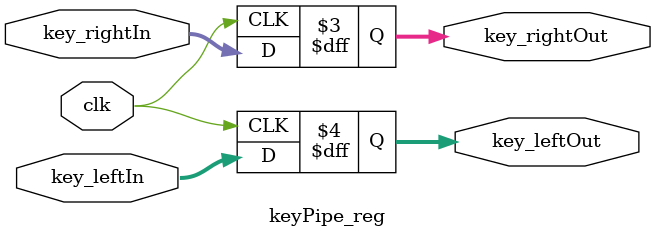
<source format=sv>
`timescale 1ns / 1ps


module keyPipe_reg(
    input logic clk, 
    input logic [27:0] key_leftIn, key_rightIn,
    output logic [27:0] key_leftOut, key_rightOut
    );

    always_ff @( posedge clk ) 
    begin
        key_leftOut <= key_leftIn;    
    end

    always_ff @( posedge clk )
    begin
        key_rightOut <= key_rightIn;
    end

endmodule

</source>
